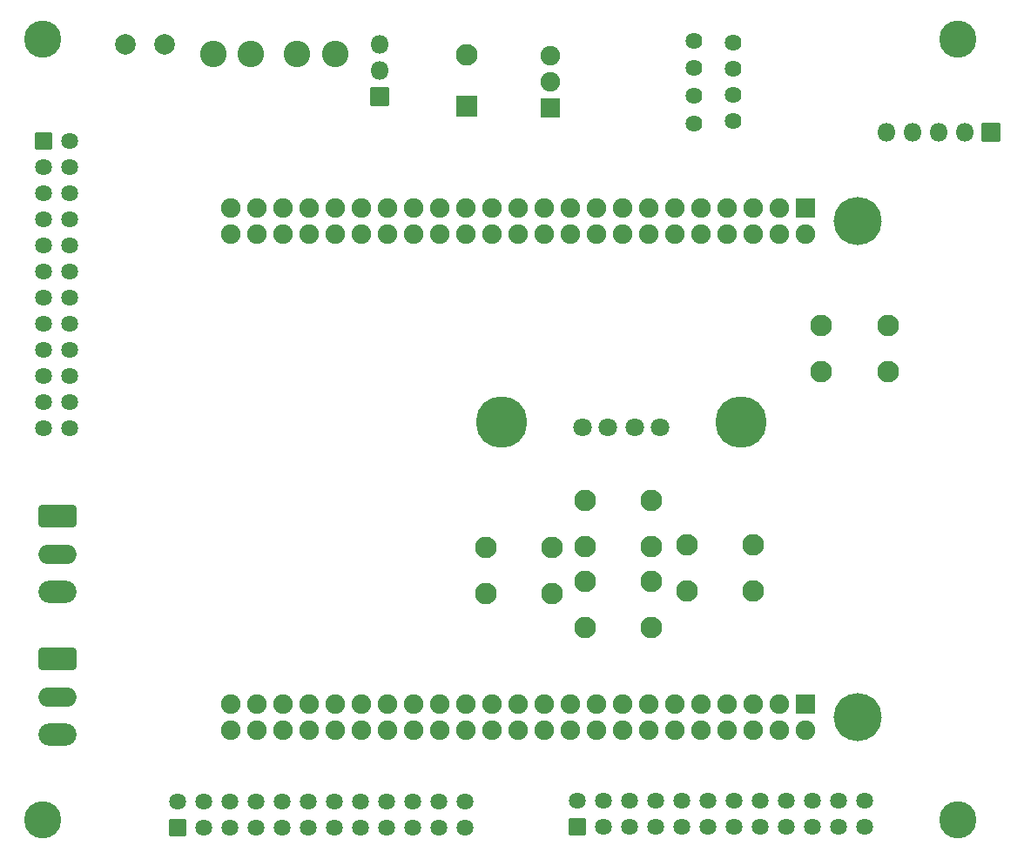
<source format=gbr>
%TF.GenerationSoftware,KiCad,Pcbnew,(6.0.7)*%
%TF.CreationDate,2022-08-24T09:29:10-04:00*%
%TF.ProjectId,BBB_16_Expansion,4242425f-3136-45f4-9578-70616e73696f,v2*%
%TF.SameCoordinates,Original*%
%TF.FileFunction,Soldermask,Bot*%
%TF.FilePolarity,Negative*%
%FSLAX46Y46*%
G04 Gerber Fmt 4.6, Leading zero omitted, Abs format (unit mm)*
G04 Created by KiCad (PCBNEW (6.0.7)) date 2022-08-24 09:29:10*
%MOMM*%
%LPD*%
G01*
G04 APERTURE LIST*
G04 Aperture macros list*
%AMRoundRect*
0 Rectangle with rounded corners*
0 $1 Rounding radius*
0 $2 $3 $4 $5 $6 $7 $8 $9 X,Y pos of 4 corners*
0 Add a 4 corners polygon primitive as box body*
4,1,4,$2,$3,$4,$5,$6,$7,$8,$9,$2,$3,0*
0 Add four circle primitives for the rounded corners*
1,1,$1+$1,$2,$3*
1,1,$1+$1,$4,$5*
1,1,$1+$1,$6,$7*
1,1,$1+$1,$8,$9*
0 Add four rect primitives between the rounded corners*
20,1,$1+$1,$2,$3,$4,$5,0*
20,1,$1+$1,$4,$5,$6,$7,0*
20,1,$1+$1,$6,$7,$8,$9,0*
20,1,$1+$1,$8,$9,$2,$3,0*%
G04 Aperture macros list end*
%ADD10RoundRect,0.051000X1.000000X-1.000000X1.000000X1.000000X-1.000000X1.000000X-1.000000X-1.000000X0*%
%ADD11C,2.102000*%
%ADD12C,5.000000*%
%ADD13C,1.802000*%
%ADD14RoundRect,0.051000X-0.850000X0.850000X-0.850000X-0.850000X0.850000X-0.850000X0.850000X0.850000X0*%
%ADD15O,1.802000X1.802000*%
%ADD16RoundRect,0.342667X-1.508333X0.758333X-1.508333X-0.758333X1.508333X-0.758333X1.508333X0.758333X0*%
%ADD17O,3.702000X1.902000*%
%ADD18O,3.702000X2.202000*%
%ADD19RoundRect,0.051000X-0.765000X-0.765000X0.765000X-0.765000X0.765000X0.765000X-0.765000X0.765000X0*%
%ADD20C,1.632000*%
%ADD21RoundRect,0.051000X-0.765000X0.765000X-0.765000X-0.765000X0.765000X-0.765000X0.765000X0.765000X0*%
%ADD22RoundRect,0.051000X-0.900000X-0.900000X0.900000X-0.900000X0.900000X0.900000X-0.900000X0.900000X0*%
%ADD23C,1.902000*%
%ADD24C,4.674000*%
%ADD25C,3.602000*%
%ADD26C,2.577000*%
%ADD27RoundRect,0.051000X0.850000X0.850000X-0.850000X0.850000X-0.850000X-0.850000X0.850000X-0.850000X0*%
%ADD28RoundRect,0.051000X-0.900000X0.900000X-0.900000X-0.900000X0.900000X-0.900000X0.900000X0.900000X0*%
%ADD29C,1.626000*%
%ADD30C,2.006000*%
G04 APERTURE END LIST*
D10*
%TO.C,C1*%
X185616000Y-66801677D03*
D11*
X185616000Y-61801677D03*
%TD*%
D12*
%TO.C,J5*%
X212310000Y-97544000D03*
X189010000Y-97544000D03*
D13*
X196860000Y-98044000D03*
X199360000Y-98044000D03*
X201960000Y-98044000D03*
X204460000Y-98044000D03*
%TD*%
D14*
%TO.C,J4*%
X236591000Y-69334000D03*
D15*
X234051000Y-69334000D03*
X231511000Y-69334000D03*
X228971000Y-69334000D03*
X226431000Y-69334000D03*
%TD*%
D16*
%TO.C,J7*%
X145833500Y-106691500D03*
D17*
X145833500Y-110351500D03*
D18*
X145833500Y-114011500D03*
%TD*%
D16*
%TO.C,J8*%
X145791000Y-120581500D03*
D17*
X145791000Y-124241500D03*
D18*
X145791000Y-127901500D03*
%TD*%
D11*
%TO.C,SW1*%
X226566000Y-88084000D03*
X220066000Y-88084000D03*
X220066000Y-92584000D03*
X226566000Y-92584000D03*
%TD*%
D19*
%TO.C,J2*%
X157546000Y-137004000D03*
D20*
X157546000Y-134464000D03*
X160086000Y-137004000D03*
X160086000Y-134464000D03*
X162626000Y-137004000D03*
X162626000Y-134464000D03*
X165166000Y-137004000D03*
X165166000Y-134464000D03*
X167706000Y-137004000D03*
X167706000Y-134464000D03*
X170246000Y-137004000D03*
X170246000Y-134464000D03*
X172786000Y-137004000D03*
X172786000Y-134464000D03*
X175326000Y-137004000D03*
X175326000Y-134464000D03*
X177866000Y-137004000D03*
X177866000Y-134464000D03*
X180406000Y-137004000D03*
X180406000Y-134464000D03*
X182946000Y-137004000D03*
X182946000Y-134464000D03*
X185486000Y-137004000D03*
X185486000Y-134464000D03*
%TD*%
D21*
%TO.C,J1*%
X144446000Y-70164000D03*
D20*
X146986000Y-70164000D03*
X144446000Y-72704000D03*
X146986000Y-72704000D03*
X144446000Y-75244000D03*
X146986000Y-75244000D03*
X144446000Y-77784000D03*
X146986000Y-77784000D03*
X144446000Y-80324000D03*
X146986000Y-80324000D03*
X144446000Y-82864000D03*
X146986000Y-82864000D03*
X144446000Y-85404000D03*
X146986000Y-85404000D03*
X144446000Y-87944000D03*
X146986000Y-87944000D03*
X144446000Y-90484000D03*
X146986000Y-90484000D03*
X144446000Y-93024000D03*
X146986000Y-93024000D03*
X144446000Y-95564000D03*
X146986000Y-95564000D03*
X144446000Y-98104000D03*
X146986000Y-98104000D03*
%TD*%
D19*
%TO.C,J3*%
X196346000Y-136926500D03*
D20*
X196346000Y-134386500D03*
X198886000Y-136926500D03*
X198886000Y-134386500D03*
X201426000Y-136926500D03*
X201426000Y-134386500D03*
X203966000Y-136926500D03*
X203966000Y-134386500D03*
X206506000Y-136926500D03*
X206506000Y-134386500D03*
X209046000Y-136926500D03*
X209046000Y-134386500D03*
X211586000Y-136926500D03*
X211586000Y-134386500D03*
X214126000Y-136926500D03*
X214126000Y-134386500D03*
X216666000Y-136926500D03*
X216666000Y-134386500D03*
X219206000Y-136926500D03*
X219206000Y-134386500D03*
X221746000Y-136926500D03*
X221746000Y-134386500D03*
X224286000Y-136926500D03*
X224286000Y-134386500D03*
%TD*%
D22*
%TO.C,U1*%
X218567000Y-124968000D03*
D23*
X218567000Y-127508000D03*
X216027000Y-124968000D03*
X216027000Y-127508000D03*
X213487000Y-124968000D03*
X213487000Y-127508000D03*
X210947000Y-124968000D03*
X210947000Y-127508000D03*
X208407000Y-124968000D03*
X208407000Y-127508000D03*
X205867000Y-124968000D03*
X205867000Y-127508000D03*
X203327000Y-124968000D03*
X203327000Y-127508000D03*
X200787000Y-124968000D03*
X200787000Y-127508000D03*
X198247000Y-124968000D03*
X198247000Y-127508000D03*
X195707000Y-124968000D03*
X195707000Y-127508000D03*
X193167000Y-124968000D03*
X193167000Y-127508000D03*
X190627000Y-124968000D03*
X190627000Y-127508000D03*
X188087000Y-124968000D03*
X188087000Y-127508000D03*
X185547000Y-124968000D03*
X185547000Y-127508000D03*
X183007000Y-124968000D03*
X183007000Y-127508000D03*
X180467000Y-124968000D03*
X180467000Y-127508000D03*
X177927000Y-124968000D03*
X177927000Y-127508000D03*
X175387000Y-124968000D03*
X175387000Y-127508000D03*
X172847000Y-124968000D03*
X172847000Y-127508000D03*
X170307000Y-124968000D03*
X170307000Y-127508000D03*
X167767000Y-124968000D03*
X167767000Y-127508000D03*
X165227000Y-124968000D03*
X165227000Y-127508000D03*
X162687000Y-124968000D03*
X162687000Y-127508000D03*
D22*
X218567000Y-76708000D03*
D23*
X218567000Y-79248000D03*
X216027000Y-76708000D03*
X216027000Y-79248000D03*
X213487000Y-76708000D03*
X213487000Y-79248000D03*
X210947000Y-76708000D03*
X210947000Y-79248000D03*
X208407000Y-76708000D03*
X208407000Y-79248000D03*
X205867000Y-76708000D03*
X205867000Y-79248000D03*
X203327000Y-76708000D03*
X203327000Y-79248000D03*
X200787000Y-76708000D03*
X200787000Y-79248000D03*
X198247000Y-76708000D03*
X198247000Y-79248000D03*
X195707000Y-76708000D03*
X195707000Y-79248000D03*
X193167000Y-76708000D03*
X193167000Y-79248000D03*
X190627000Y-76708000D03*
X190627000Y-79248000D03*
X188087000Y-76708000D03*
X188087000Y-79248000D03*
X185547000Y-76708000D03*
X185547000Y-79248000D03*
X183007000Y-76708000D03*
X183007000Y-79248000D03*
X180467000Y-76708000D03*
X180467000Y-79248000D03*
X177927000Y-76708000D03*
X177927000Y-79248000D03*
X175387000Y-76708000D03*
X175387000Y-79248000D03*
X172847000Y-76708000D03*
X172847000Y-79248000D03*
X170307000Y-76708000D03*
X170307000Y-79248000D03*
X167767000Y-76708000D03*
X167767000Y-79248000D03*
X165227000Y-76708000D03*
X165227000Y-79248000D03*
X162687000Y-76708000D03*
X162687000Y-79248000D03*
D24*
X223647000Y-77978000D03*
X223647000Y-126238000D03*
%TD*%
D11*
%TO.C,SW5*%
X207010000Y-109474000D03*
X213510000Y-109474000D03*
X213510000Y-113974000D03*
X207010000Y-113974000D03*
%TD*%
%TO.C,SW4*%
X193952000Y-109728000D03*
X187452000Y-109728000D03*
X193952000Y-114228000D03*
X187452000Y-114228000D03*
%TD*%
%TO.C,SW2*%
X197104000Y-105156000D03*
X203604000Y-105156000D03*
X197104000Y-109656000D03*
X203604000Y-109656000D03*
%TD*%
%TO.C,SW3*%
X203604000Y-113030000D03*
X197104000Y-113030000D03*
X203604000Y-117530000D03*
X197104000Y-117530000D03*
%TD*%
D25*
%TO.C,H3*%
X233416000Y-60234000D03*
%TD*%
D26*
%TO.C,F1*%
X160949210Y-61721041D03*
X164649210Y-61721041D03*
X169149210Y-61721041D03*
X172849210Y-61721041D03*
%TD*%
D27*
%TO.C,J10*%
X177116000Y-65821041D03*
D15*
X177116000Y-63281041D03*
X177116000Y-60741041D03*
%TD*%
D25*
%TO.C,H1*%
X144416000Y-136234000D03*
%TD*%
%TO.C,H2*%
X233416000Y-136234000D03*
%TD*%
D28*
%TO.C,U4*%
X193724000Y-66984000D03*
D23*
X193724000Y-64444000D03*
X193724000Y-61904000D03*
D29*
X211504000Y-60634000D03*
X211504000Y-63174000D03*
X211504000Y-65714000D03*
X211504000Y-68254000D03*
X207694000Y-60402060D03*
X207694000Y-63097000D03*
X207694000Y-65791000D03*
X207694000Y-68485940D03*
%TD*%
D25*
%TO.C,H4*%
X144416000Y-60234000D03*
%TD*%
D30*
%TO.C,J6*%
X156232413Y-60783541D03*
X152422413Y-60783541D03*
%TD*%
G36*
X147295183Y-121681499D02*
G01*
X147295183Y-121683499D01*
X147293632Y-121684491D01*
X147293621Y-121684492D01*
X147293440Y-121684500D01*
X144288560Y-121684500D01*
X144286828Y-121683500D01*
X144286828Y-121681500D01*
X144288560Y-121680500D01*
X147293451Y-121680499D01*
X147295183Y-121681499D01*
G37*
G36*
X147295172Y-119479500D02*
G01*
X147295172Y-119481500D01*
X147293440Y-119482500D01*
X144288549Y-119482501D01*
X144286817Y-119481501D01*
X144286817Y-119479501D01*
X144288368Y-119478509D01*
X144288379Y-119478508D01*
X144288560Y-119478500D01*
X147293440Y-119478500D01*
X147295172Y-119479500D01*
G37*
G36*
X147337683Y-107791499D02*
G01*
X147337683Y-107793499D01*
X147336132Y-107794491D01*
X147336121Y-107794492D01*
X147335940Y-107794500D01*
X144331060Y-107794500D01*
X144329328Y-107793500D01*
X144329328Y-107791500D01*
X144331060Y-107790500D01*
X147335951Y-107790499D01*
X147337683Y-107791499D01*
G37*
G36*
X147337672Y-105589500D02*
G01*
X147337672Y-105591500D01*
X147335940Y-105592500D01*
X144331049Y-105592501D01*
X144329317Y-105591501D01*
X144329317Y-105589501D01*
X144330868Y-105588509D01*
X144330879Y-105588508D01*
X144331060Y-105588500D01*
X147335940Y-105588500D01*
X147337672Y-105589500D01*
G37*
M02*

</source>
